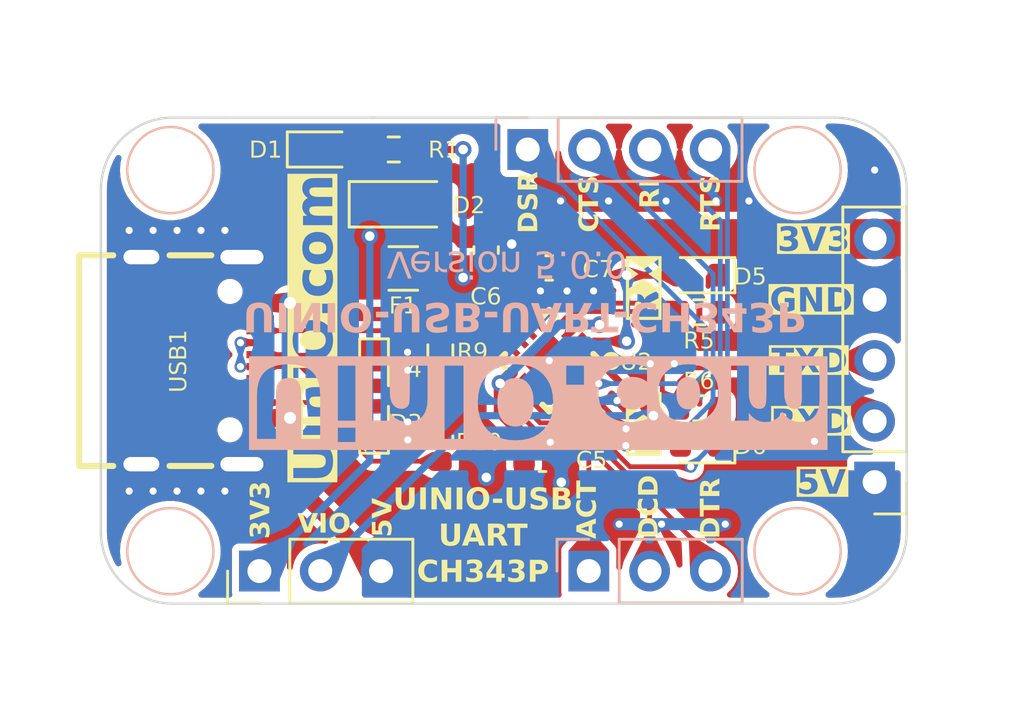
<source format=kicad_pcb>
(kicad_pcb (version 20240108) (generator "pcbnew") (generator_version "8.0")
  (title_block (title "UINIO-USB-UART-CH343") (date "2024-11-26") (rev "Version 5.0.0") (company "UinIO.com 电子技术实验室"))
  (layers (0 "F.Cu" signal) (31 "B.Cu" signal) (34 "B.Paste" user) (35 "F.Paste" user) (36 "B.SilkS" user "B.Silkscreen") (37 "F.SilkS" user "F.Silkscreen") (38 "B.Mask" user) (39 "F.Mask" user) (44 "Edge.Cuts" user))
  (net 0 "")
  (net 1 "GND")
  (net 2 "/CH343_VDD_5V")
  (net 3 "/CH343_V3")
  (net 4 "/CH343_VDD_3.3V")
  (net 5 "Net-(D1-A)")
  (net 6 "/CH343_VIO")
  (net 7 "Net-(D5-K)")
  (net 8 "/CH343_DSR")
  (net 9 "/CH343_DTR")
  (net 10 "/CH343_DCD")
  (net 11 "/CH343_ACT#")
  (net 12 "/CH343_TXD")
  (net 13 "/CH343_RXD")
  (net 14 "/CH343_RTS")
  (net 15 "/CH343_CTS")
  (net 16 "Net-(D6-K)")
  (net 17 "Net-(USB1-CC1)")
  (net 18 "Net-(USB1-CC2)")
  (net 19 "/CH343_USB_Data_P")
  (net 20 "/CH343_USB_Data_N")
  (net 21 "/CH343_RI")
  (footprint "Connector_PinHeader_2.54mm:PinHeader_1x03_P2.54mm_Vertical" (layer "F.Cu") (at 150.07132 102.96 90)
    (property "Reference" "J7" (hide yes))
    (property "Value" "Conn_01x03_Pin")
    (fp_line (start -1.33 -1.33) (end 0 -1.33) (stroke (width 0.12)) (layer "F.SilkS"))
    (fp_line (start -1.33 0) (end -1.33 -1.33) (stroke (width 0.12)) (layer "F.SilkS"))
    (fp_line (start 1.33 1.27) (end 1.33 6.41) (stroke (width 0.12)) (layer "F.SilkS"))
    (fp_line (start -1.33 1.27) (end 1.33 1.27) (stroke (width 0.12)) (layer "F.SilkS"))
    (fp_line (start -1.33 1.27) (end -1.33 6.41) (stroke (width 0.12)) (layer "F.SilkS"))
    (fp_line (start -1.33 6.41) (end 1.33 6.41) (stroke (width 0.12)) (layer "F.SilkS"))
    (pad "1" thru_hole rect (at 0 0 90) (size 1.7 1.7) (drill 1) (layers "*.Cu" "*.Mask") (net 4 "/CH343_VDD_3.3V"))
    (pad "2" thru_hole oval (at 0 2.54 90) (size 1.7 1.7) (drill 1) (layers "*.Cu" "*.Mask") (net 6 "/CH343_VIO"))
    (pad "3" thru_hole oval (at 0 5.08 90) (size 1.7 1.7) (drill 1) (layers "*.Cu" "*.Mask") (net 2 "/CH343_VDD_5V"))
  )
  (footprint "Uinio:Hole-2mm" (layer "F.Cu") (at 146.35 86.21)
    (property "Reference" "HOLE**" (hide yes))
    (property "Value" "Hole-2mm" (hide yes))
    (fp_circle (center 0 0) (end 1.8 0) (stroke (width 0.1)) (fill none) (layer "B.SilkS"))
    (fp_circle (center 0 0) (end 1.8 0) (stroke (width 0.1)) (fill none) (layer "F.SilkS"))
    (pad "" np_thru_hole circle (at 0 0) (size 2.2 2.2) (drill 2.2) (layers "F&B.Cu" "*.Mask"))
  )
  (footprint "Diode_SMD:D_SOD-523" (layer "F.Cu") (at 154.86 94.52 -90)
    (property "Reference" "D4" (at 0.04 -1.31 180) (layer "F.SilkS") (effects (font (size 0.7 0.7))))
    (property "Value" "LESD5D5.0CT1G")
    (fp_line (start 0.7 0.6) (end -1.26 0.6) (stroke (width 0.12)) (layer "F.SilkS"))
    (fp_line (start -1.26 -0.6) (end -1.26 0.6) (stroke (width 0.12)) (layer "F.SilkS"))
    (fp_line (start 0.7 -0.6) (end -1.26 -0.6) (stroke (width 0.12)) (layer "F.SilkS"))
    (pad "1" smd roundrect (at -0.7 0 90) (size 0.6 0.7) (layers "F.Cu" "F.Paste" "F.Mask") (net 1 "GND"))
    (pad "2" smd roundrect (at 0.7 0 90) (size 0.6 0.7) (layers "F.Cu" "F.Paste" "F.Mask") (net 19 "/CH343_USB_Data_P"))
  )
  (footprint "Diode_SMD:Nexperia_CFP3_SOD-123W" (layer "F.Cu") (at 156.08 87.64)
    (property "Reference" "D2" (at 2.73 0.08 0) (layer "F.SilkS") (effects (font (size 0.7 0.7))))
    (property "Value" "1N4007")
    (fp_line (start -2.26 -0.95) (end -2.26 0.95) (stroke (width 0.12)) (layer "F.SilkS"))
    (fp_line (start -2.26 -0.95) (end 1.4 -0.95) (stroke (width 0.12)) (layer "F.SilkS"))
    (fp_line (start -2.26 0.95) (end 1.4 0.95) (stroke (width 0.12)) (layer "F.SilkS"))
    (pad "1" smd rect (at -1.4 0) (size 1.2 1.2) (layers "F.Cu" "F.Paste" "F.Mask") (net 4 "/CH343_VDD_3.3V"))
    (pad "2" smd rect (at 1.4 0) (size 1.2 1.2) (layers "F.Cu" "F.Paste" "F.Mask") (net 1 "GND"))
  )
  (footprint "Uinio:Hole-2mm" (layer "F.Cu") (at 146.35 102.13)
    (property "Reference" "HOLE**" (hide yes))
    (property "Value" "Hole-2mm" (hide yes))
    (fp_circle (center 0 0) (end 1.8 0) (stroke (width 0.1)) (fill none) (layer "B.SilkS"))
    (fp_circle (center 0 0) (end 1.8 0) (stroke (width 0.1)) (fill none) (layer "F.SilkS"))
    (pad "" np_thru_hole circle (at 0 0) (size 2.2 2.2) (drill 2.2) (layers "F&B.Cu" "*.Mask"))
  )
  (footprint "Resistor_SMD:R_0603_1608Metric" (layer "F.Cu") (at 157.63 93.745 90)
    (property "Reference" "R9" (at -0.095 1.34 0) (layer "F.SilkS") (effects (font (size 0.7 0.7) (thickness 0.1))))
    (property "Value" "5.1K")
    (fp_line (start -0.237258 -0.5225) (end 0.237258 -0.5225) (stroke (width 0.12)) (layer "F.SilkS"))
    (fp_line (start -0.237258 0.5225) (end 0.237258 0.5225) (stroke (width 0.12)) (layer "F.SilkS"))
    (pad "1" smd roundrect (at -0.825 0 90) (size 0.8 0.95) (layers "F.Cu" "F.Paste" "F.Mask") (net 1 "GND"))
    (pad "2" smd roundrect (at 0.825 0 90) (size 0.8 0.95) (layers "F.Cu" "F.Paste" "F.Mask") (net 17 "Net-(USB1-CC1)"))
  )
  (footprint "Resistor_SMD:R_0603_1608Metric" (layer "F.Cu") (at 168.4475 96.16)
    (property "Reference" "R6" (at -0.0175 -1.1 0) (layer "F.SilkS") (effects (font (size 0.7 0.7) (thickness 0.1))))
    (property "Value" "2K")
    (fp_line (start -0.237258 -0.5225) (end 0.237258 -0.5225) (stroke (width 0.12)) (layer "F.SilkS"))
    (fp_line (start -0.237258 0.5225) (end 0.237258 0.5225) (stroke (width 0.12)) (layer "F.SilkS"))
    (pad "1" smd roundrect (at -0.825 0) (size 0.8 0.95) (layers "F.Cu" "F.Paste" "F.Mask") (net 12 "/CH343_TXD"))
    (pad "2" smd roundrect (at 0.825 0) (size 0.8 0.95) (layers "F.Cu" "F.Paste" "F.Mask") (net 16 "Net-(D6-K)"))
  )
  (footprint "Fuse:Fuse_1206_3216Metric" (layer "F.Cu") (at 156.08 90.32)
    (property "Reference" "F1" (at -0.005995 1.59 0) (layer "F.SilkS") (effects (font (size 0.7 0.7) (thickness 0.1))))
    (property "Value" "60V 1A")
    (fp_line (start -0.602064 -0.91) (end 0.602064 -0.91) (stroke (width 0.12)) (layer "F.SilkS"))
    (fp_line (start -0.602064 0.91) (end 0.602064 0.91) (stroke (width 0.12)) (layer "F.SilkS"))
    (pad "1" smd roundrect (at -1.4 0) (size 1.25 1.75) (layers "F.Cu" "F.Paste" "F.Mask") (roundrect_rratio 0.2) (net 4 "/CH343_VDD_3.3V"))
    (pad "2" smd roundrect (at 1.4 0) (size 1.25 1.75) (layers "F.Cu" "F.Paste" "F.Mask") (roundrect_rratio 0.2) (net 3 "/CH343_V3"))
  )
  (footprint "Resistor_SMD:R_0603_1608Metric" (layer "F.Cu") (at 168.4475 92.15)
    (property "Reference" "R5" (at -0.0175 1.22 0) (layer "F.SilkS") (effects (font (size 0.7 0.7) (thickness 0.1))))
    (property "Value" "2K")
    (fp_line (start -0.237258 -0.5225) (end 0.237258 -0.5225) (stroke (width 0.12)) (layer "F.SilkS"))
    (fp_line (start -0.237258 0.5225) (end 0.237258 0.5225) (stroke (width 0.12)) (layer "F.SilkS"))
    (pad "1" smd roundrect (at -0.825 0) (size 0.8 0.95) (layers "F.Cu" "F.Paste" "F.Mask") (net 13 "/CH343_RXD"))
    (pad "2" smd roundrect (at 0.825 0) (size 0.8 0.95) (layers "F.Cu" "F.Paste" "F.Mask") (net 7 "Net-(D5-K)"))
  )
  (footprint "Resistor_SMD:R_0603_1608Metric" (layer "F.Cu") (at 157.63 97.555 -90)
    (property "Reference" "R10" (at 0.06 -1.611842 0) (layer "F.SilkS") (effects (font (size 0.7 0.7) (thickness 0.1))))
    (property "Value" "5.1K")
    (fp_line (start -0.237258 0.5225) (end 0.237258 0.5225) (stroke (width 0.12)) (layer "F.SilkS"))
    (fp_line (start -0.237258 -0.5225) (end 0.237258 -0.5225) (stroke (width 0.12)) (layer "F.SilkS"))
    (pad "1" smd roundrect (at -0.825 0 270) (size 0.8 0.95) (layers "F.Cu" "F.Paste" "F.Mask") (net 1 "GND"))
    (pad "2" smd roundrect (at 0.825 0 270) (size 0.8 0.95) (layers "F.Cu" "F.Paste" "F.Mask") (net 18 "Net-(USB1-CC2)"))
  )
  (footprint "Diode_SMD:D_SOD-523" (layer "F.Cu") (at 154.86 96.78 90)
    (property "Reference" "D3" (at -0.04 1.33 180) (layer "F.SilkS") (effects (font (size 0.7 0.7))))
    (property "Value" "LESD5D5.0CT1G")
    (fp_line (start 0.7 -0.6) (end -1.26 -0.6) (stroke (width 0.12)) (layer "F.SilkS"))
    (fp_line (start -1.26 -0.6) (end -1.26 0.6) (stroke (width 0.12)) (layer "F.SilkS"))
    (fp_line (start 0.7 0.6) (end -1.26 0.6) (stroke (width 0.12)) (layer "F.SilkS"))
    (pad "1" smd roundrect (at -0.7 0 270) (size 0.6 0.7) (layers "F.Cu" "F.Paste" "F.Mask") (net 1 "GND"))
    (pad "2" smd roundrect (at 0.7 0 270) (size 0.6 0.7) (layers "F.Cu" "F.Paste" "F.Mask") (net 20 "/CH343_USB_Data_N"))
  )
  (footprint "Resistor_SMD:R_0603_1608Metric" (layer "F.Cu") (at 155.6825 85.35)
    (property "Reference" "R1" (at 2.0875 0.05 0) (layer "F.SilkS") (effects (font (size 0.7 0.7) (thickness 0.1))))
    (property "Value" "2K")
    (fp_line (start -0.237258 -0.5225) (end 0.237258 -0.5225) (stroke (width 0.12)) (layer "F.SilkS"))
    (fp_line (start -0.237258 0.5225) (end 0.237258 0.5225) (stroke (width 0.12)) (layer "F.SilkS"))
    (pad "1" smd roundrect (at -0.825 0) (size 0.8 0.95) (layers "F.Cu" "F.Paste" "F.Mask") (net 5 "Net-(D1-A)"))
    (pad "2" smd roundrect (at 0.825 0) (size 0.8 0.95) (layers "F.Cu" "F.Paste" "F.Mask") (net 3 "/CH343_V3"))
  )
  (footprint "LED_SMD:LED_0603_1608Metric" (layer "F.Cu") (at 168.4475 90.6 180)
    (property "Reference" "D5" (at -2.121991 -0.1 0) (layer "F.SilkS") (effects (font (size 0.7 0.7) (thickness 0.1))))
    (property "Value" "BLUE LED")
    (fp_line (start 0.8 -0.735) (end -1.485 -0.735) (stroke (width 0.12)) (layer "F.SilkS"))
    (fp_line (start -1.485 0.735) (end 0.8 0.735) (stroke (width 0.12)) (layer "F.SilkS"))
    (fp_line (start -1.485 -0.735) (end -1.485 0.735) (stroke (width 0.12)) (layer "F.SilkS"))
    (pad "1" smd roundrect (at -0.7875 0 180) (size 0.875 0.95) (layers "F.Cu" "F.Paste" "F.Mask") (net 7 "Net-(D5-K)"))
    (pad "2" smd roundrect (at 0.7875 0 180) (size 0.875 0.95) (layers "F.Cu" "F.Paste" "F.Mask") (net 6 "/CH343_VIO"))
  )
  (footprint "Capacitor_SMD:C_0603_1608Metric" (layer "F.Cu") (at 161.9 98.29 180)
    (property "Reference" "C5" (at -2.045 -0.07 0) (layer "F.SilkS") (effects (font (size 0.7 0.7) (thickness 0.1))))
    (property "Value" "0.1uF")
    (fp_line (start -0.14058 0.51) (end 0.14058 0.51) (stroke (width 0.12)) (layer "F.SilkS"))
    (fp_line (start -0.14058 -0.51) (end 0.14058 -0.51) (stroke (width 0.12)) (layer "F.SilkS"))
    (pad "1" smd roundrect (at -0.775 0 180) (size 0.9 0.95) (layers "F.Cu" "F.Paste" "F.Mask") (net 1 "GND"))
    (pad "2" smd roundrect (at 0.775 0 180) (size 0.9 0.95) (layers "F.Cu" "F.Paste" "F.Mask") (net 2 "/CH343_VDD_5V"))
  )
  (footprint "Capacitor_SMD:C_0603_1608Metric" (layer "F.Cu") (at 162.175 90.3 180)
    (property "Reference" "C7" (at -2.045967 -0.09 0) (layer "F.SilkS") (effects (font (size 0.7 0.7) (thickness 0.1))))
    (property "Value" "1uF")
    (fp_line (start -0.14058 0.51) (end 0.14058 0.51) (stroke (width 0.12)) (layer "F.SilkS"))
    (fp_line (start -0.14058 -0.51) (end 0.14058 -0.51) (stroke (width 0.12)) (layer "F.SilkS"))
    (pad "1" smd roundrect (at -0.775 0 180) (size 0.9 0.95) (layers "F.Cu" "F.Paste" "F.Mask") (net 6 "/CH343_VIO"))
    (pad "2" smd roundrect (at 0.775 0 180) (size 0.9 0.95) (layers "F.Cu" "F.Paste" "F.Mask") (net 1 "GND"))
  )
  (footprint "Uinio:USB-C-SMD_TYPEC-304J-BCP16" (layer "F.Cu") (at 147.62232 94.17 -90)
    (property "Reference" "USB1" (at -1.29 0.901 90) (layer "F.SilkS") (effects (font (size 0.7 0.7) (thickness 0.1)) (justify right)))
    (property "Value" "USB_Type_C_16Pin")
    (fp_line (start -4.4 5.081) (end 4.4 5.081) (stroke (width 0.254)) (layer "F.SilkS"))
    (fp_line (start -4.4 5.081) (end -4.4 3.659) (stroke (width 0.254)) (layer "F.SilkS"))
    (fp_line (start 4.4 5.081) (end 4.4 3.659) (stroke (width 0.254)) (layer "F.SilkS"))
    (fp_line (start -4.4 1.304) (end -4.4 -0.441) (stroke (width 0.254)) (layer "F.SilkS"))
    (fp_line (start 4.4 1.304) (end 4.4 -0.441) (stroke (width 0.254)) (layer "F.SilkS"))
    (pad "" np_thru_hole circle (at -2.89 -1.219 270) (size 0.65 0.65) (drill 0.65) (layers "*.Cu" "*.Mask"))
    (pad "" np_thru_hole circle (at 2.89 -1.219 270) (size 0.65 0.65) (drill 0.65) (layers "*.Cu" "*.Mask"))
    (pad "13" thru_hole oval (at -4.325 -1.719 270) (size 1 2.1) (drill oval 0.6 1.8) (layers "*.Cu" "*.Mask") (net 1 "GND"))
    (pad "14" thru_hole oval (at 4.325 -1.719 270) (size 1 2.1) (drill oval 0.6 1.8) (layers "*.Cu" "*.Mask") (net 1 "GND"))
    (pad "15" thru_hole oval (at -4.325 2.481 270) (size 1 1.9) (drill oval 0.6 1.5) (layers "*.Cu" "*.Mask") (net 1 "GND"))
    (pad "16" thru_hole oval (at 4.325 2.481 270) (size 1 1.9) (drill oval 0.6 1.5) (layers "*.Cu" "*.Mask") (net 1 "GND"))
    (pad "A1B12" smd rect (at -3.2 -2.481 270) (size 0.6 1.15) (layers "F.Cu" "F.Paste" "F.Mask") (net 1 "GND"))
    (pad "A4B9" smd rect (at -2.4 -2.481 270) (size 0.6 1.15) (layers "F.Cu" "F.Paste" "F.Mask") (net 2 "/CH343_VDD_5V"))
    (pad "A5" smd rect (at -1.25 -2.481 270) (size 0.3 1.15) (layers "F.Cu" "F.Paste" "F.Mask") (net 17 "Net-(USB1-CC1)"))
    (pad "A6" smd rect (at -0.25 -2.481 270) (size 0.3 1.15) (layers "F.Cu" "F.Paste" "F.Mask") (net 19 "/CH343_USB_Data_P"))
    (pad "A7" smd rect (at 0.25 -2.481 270) (size 0.3 1.15) (layers "F.Cu" "F.Paste" "F.Mask") (net 20 "/CH343_USB_Data_N"))
    (pad "A8" smd rect (at 1.25 -2.481 270) (size 0.3 1.15) (layers "F.Cu" "F.Paste" "F.Mask"))
    (pad "B1A12" smd rect (at 3.2 -2.481 270) (size 0.6 1.15) (layers "F.Cu" "F.Paste" "F.Mask") (net 1 "GND"))
    (pad "B4A9" smd rect (at 2.4 -2.481 270) (size 0.6 1.15) (layers "F.Cu" "F.Paste" "F.Mask") (net 2 "/CH343_VDD_5V"))
    (pad "B5" smd rect (at 1.75 -2.481 270) (size 0.3 1.15) (layers "F.Cu" "F.Paste" "F.Mask") (net 18 "Net-(USB1-CC2)"))
    (pad "B6" smd rect (at 0.75 -2.481 270) (size 0.3 1.15) (layers "F.Cu" "F.Paste" "F.Mask") (net 19 "/CH343_USB_Data_P"))
    (pad "B7" smd rect (at -0.75 -2.481 270) (size 0.3 1.15) (layers "F.Cu" "F.Paste" "F.Mask") (net 20 "/CH343_USB_Data_N"))
    (pad "B8" smd rect (at -1.75 -2.481 270) (size 0.3 1.15) (layers "F.Cu" "F.Paste" "F.Mask"))
  )
  (footprint "Connector_PinHeader_2.54mm:PinHeader_1x05_P2.54mm_Vertical" (layer "F.Cu") (at 175.77 99.245 180)
    (property "Reference" "J5" (hide yes))
    (property "Value" "Conn_01x05_Pin")
    (fp_line (start 1.33 1.27) (end 1.33 11.49) (stroke (width 0.12)) (layer "F.SilkS"))
    (fp_line (start -1.33 11.49) (end 1.33 11.49) (stroke (width 0.12)) (layer "F.SilkS"))
    (fp_line (start -1.33 1.27) (end 1.33 1.27) (stroke (width 0.12)) (layer "F.SilkS"))
    (fp_line (start -1.33 1.27) (end -1.33 11.49) (stroke (width 0.12)) (layer "F.SilkS"))
    (fp_line (start -1.33 0) (end -1.33 -1.33) (stroke (width 0.12)) (layer "F.SilkS"))
    (fp_line (start -1.33 -1.33) (end 0 -1.33) (stroke (width 0.12)) (layer "F.SilkS"))
    (pad "1" thru_hole rect (at 0 0 180) (size 1.7 1.7) (drill 1) (layers "*.Cu" "*.Mask") (net 2 "/CH343_VDD_5V"))
    (pad "2" thru_hole oval (at 0 2.54 180) (size 1.7 1.7) (drill 1) (layers "*.Cu" "*.Mask") (net 12 "/CH343_TXD"))
    (pad "3" thru_hole oval (at 0 5.08 180) (size 1.7 1.7) (drill 1) (layers "*.Cu" "*.Mask") (net 13 "/CH343_RXD"))
    (pad "4" thru_hole oval (at 0 7.62 180) (size 1.7 1.7) (drill 1) (layers "*.Cu" "*.Mask") (net 1 "GND"))
    (pad "5" thru_hole oval (at 0 10.16 180) (size 1.7 1.7) (drill 1) (layers "*.Cu" "*.Mask") (net 4 "/CH343_VDD_3.3V"))
  )
  (footprint "Uinio:Hole-2mm" (layer "F.Cu") (at 172.55 102.13)
    (property "Reference" "HOLE**" (hide yes))
    (property "Value" "Hole-2mm" (hide yes))
    (fp_circle (center 0 0) (end 1.8 0) (stroke (width 0.1)) (fill none) (layer "B.SilkS"))
    (fp_circle (center 0 0) (end 1.8 0) (stroke (width 0.1)) (fill none) (layer "F.SilkS"))
    (pad "" np_thru_hole circle (at 0 0) (size 2.2 2.2) (drill 2.2) (layers "F&B.Cu" "*.Mask"))
  )
  (footprint "LED_SMD:LED_0603_1608Metric" (layer "F.Cu") (at 152.72 85.35)
    (property "Reference" "D1" (at -2.39 0.05 0) (layer "F.SilkS") (effects (font (size 0.7 0.7) (thickness 0.1))))
    (property "Value" "LED Red")
    (fp_line (start -1.485 -0.735) (end -1.485 0.735) (stroke (width 0.12)) (layer "F.SilkS"))
    (fp_line (start -1.485 0.735) (end 0.8 0.735) (stroke (width 0.12)) (layer "F.SilkS"))
    (fp_line (start 0.8 -0.735) (end -1.485 -0.735) (stroke (width 0.12)) (layer "F.SilkS"))
    (pad "1" smd roundrect (at -0.7875 0) (size 0.875 0.95) (layers "F.Cu" "F.Paste" "F.Mask") (net 1 "GND"))
    (pad "2" smd roundrect (at 0.7875 0) (size 0.875 0.95) (layers "F.Cu" "F.Paste" "F.Mask") (net 5 "Net-(D1-A)"))
  )
  (footprint "LED_SMD:LED_0603_1608Metric" (layer "F.Cu") (at 168.4475 97.71 180)
    (property "Reference" "D6" (at -2.121991 -0.07 0) (layer "F.SilkS") (effects (font (size 0.7 0.7) (thickness 0.1))))
    (property "Value" "BLUE LED")
    (fp_line (start 0.8 -0.735) (end -1.485 -0.735) (stroke (width 0.12)) (layer "F.SilkS"))
    (fp_line (start -1.485 0.735) (end 0.8 0.735) (stroke (width 0.12)) (layer "F.SilkS"))
    (fp_line (start -1.485 -0.735) (end -1.485 0.735) (stroke (width 0.12)) (layer "F.SilkS"))
    (pad "1" smd roundrect (at -0.7875 0 180) (size 0.875 0.95) (layers "F.Cu" "F.Paste" "F.Mask") (net 16 "Net-(D6-K)"))
    (pad "2" smd roundrect (at 0.7875 0 180) (size 0.875 0.95) (layers "F.Cu" "F.Paste" "F.Mask") (net 6 "/CH343_VIO"))
  )
  (footprint "Capacitor_SMD:C_0603_1608Metric" (layer "F.Cu") (at 159.54 89.55 -90)
    (property "Reference" "C6" (at 1.98 0.01 0) (layer "F.SilkS") (effects (font (size 0.7 0.7) (thickness 0.1))))
    (property "Value" "0.1uF")
    (fp_line (start -0.14058 0.51) (end 0.14058 0.51) (stroke (width 0.12)) (layer "F.SilkS"))
    (fp_line (start -0.14058 -0.51) (end 0.14058 -0.51) (stroke (width 0.12)) (layer "F.SilkS"))
    (pad "1" smd roundrect (at -0.775 0 270) (size 0.9 0.95) (layers "F.Cu" "F.Paste" "F.Mask") (net 1 "GND"))
    (pad "2" smd roundrect (at 0.775 0 270) (size 0.9 0.95) (layers "F.Cu" "F.Paste" "F.Mask") (net 3 "/CH343_V3"))
  )
  (footprint "Uinio:Hole-2mm" (layer "F.Cu") (at 172.55 86.21)
    (property "Reference" "HOLE**" (hide yes))
    (property "Value" "Hole-2mm" (hide yes))
    (fp_circle (center 0 0) (end 1.8 0) (stroke (width 0.1)) (fill none) (layer "B.SilkS"))
    (fp_circle (center 0 0) (end 1.8 0) (stroke (width 0.1)) (fill none) (layer "F.SilkS"))
    (pad "" np_thru_hole circle (at 0 0) (size 2.2 2.2) (drill 2.2) (layers "F&B.Cu" "*.Mask"))
  )
  (footprint "Uinio:TQFN-16_L3.0-W3.0-P0.50-BL-EP1.7" (layer "F.Cu") (at 162.1785 94.17 135)
    (property "Reference" "U2" (at -2.157736 2.030457 0) (layer "F.SilkS") (effects (font (size 0.7 0.7) (thickness 0.1)) (justify left)))
    (property "Value" "CH343P")
    (fp_line (start 1.5 -1.108) (end 1.5 -1.5) (stroke (width 0.254)) (layer "F.SilkS"))
    (fp_line (start 1.106 -1.5) (end 1.5 -1.5) (stroke (width 0.254)) (layer "F.SilkS"))
    (fp_line (start 1.5 1.5) (end 1.5 1.104) (stroke (width 0.254)) (layer "F.SilkS"))
    (fp_line (start -1.5 -1.5) (end -1.105 -1.5) (stroke (width 0.254)) (layer "F.SilkS"))
    (fp_line (start -1.5 -1.5) (end -1.5 -1.108) (stroke (width 0.254)) (layer "F.SilkS"))
    (fp_line (start 1.108 1.5) (end 1.5 1.5) (stroke (width 0.254)) (layer "F.SilkS"))
    (fp_line (start -1.5 1.104) (end -1.5 1.5) (stroke (width 0.254)) (layer "F.SilkS"))
    (fp_line (start -1.5 1.5) (end -1.105 1.5) (stroke (width 0.254)) (layer "F.SilkS"))
    (fp_circle (center -1.84 1.82) (end -1.715 1.82) (stroke (width 0.254)) (fill none) (layer "F.SilkS"))
    (pad "1" smd rect (at -0.748 1.45 135) (size 0.25 0.75) (layers "F.Cu" "F.Paste" "F.Mask") (net 6 "/CH343_VIO"))
    (pad "2" smd rect (at -0.249 1.45 135) (size 0.25 0.75) (layers "F.Cu" "F.Paste" "F.Mask") (net 1 "GND"))
    (pad "3" smd rect (at 0.252 1.45 135) (size 0.25 0.75) (layers "F.Cu" "F.Paste" "F.Mask") (net 2 "/CH343_VDD_5V"))
    (pad "4" smd rect (at 0.751 1.45 135) (size 0.25 0.75) (layers "F.Cu" "F.Paste" "F.Mask") (net 12 "/CH343_TXD"))
    (pad "5" smd rect (at 1.45 0.75 135) (size 0.75 0.25) (layers "F.Cu" "F.Paste" "F.Mask") (net 13 "/CH343_RXD"))
    (pad "6" smd rect (at 1.45 0.25 135) (size 0.75 0.25) (layers "F.Cu" "F.Paste" "F.Mask") (net 3 "/CH343_V3"))
    (pad "7" smd rect (at 1.45 -0.25 135) (size 0.75 0.25) (layers "F.Cu" "F.Paste" "F.Mask") (net 19 "/CH343_USB_Data_P"))
    (pad "8" smd rect (at 1.45 -0.75 135) (size 0.75 0.25) (layers "F.Cu" "F.Paste" "F.Mask") (net 20 "/CH343_USB_Data_N"))
    (pad "9" smd rect (at 0.75 -1.45 135) (size 0.25 0.75) (layers "F.Cu" "F.Paste" "F.Mask") (net 2 "/CH343_VDD_5V"))
    (pad "10" smd rect (at 0.25 -1.45 135) (size 0.25 0.75) (layers "F.Cu" "F.Paste" "F.Mask") (net 11 "/CH343_ACT#"))
    (pad "11" smd rect (at -0.25 -1.45 135) (size 0.25 0.75) (layers "F.Cu" "F.Paste" "F.Mask") (net 10 "/CH343_DCD"))
    (pad "12" smd rect (at -0.749 -1.45 135) (size 0.25 0.75) (layers "F.Cu" "F.Paste" "F.Mask") (net 9 "/CH343_DTR"))
    (pad "13" smd rect (at -1.45 -0.75 135) (size 0.75 0.25) (layers "F.Cu" "F.Paste" "F.Mask") (net 14 "/CH343_RTS"))
    (pad "14" smd rect (at -1.45 -0.25 135) (size 0.75 0.25) (layers "F.Cu" "F.Paste" "F.Mask") (net 8 "/CH343_DSR"))
    (pad "15" smd rect (at -1.45 0.25 135) (size 0.75 0.25) (layers "F.Cu" "F.Paste" "F.Mask") (net 15 "/CH343_CTS"))
    (pad "16" smd rect (at -1.45 0.75 135) (size 0.75 0.25) (layers "F.Cu" "F.Paste" "F.Mask") (net 21 "/CH343_RI"))
    (pad "17" smd rect (at 0 0 135) (size 1.7 1.7) (layers "F.Cu" "F.Paste" "F.Mask") (net 1 "GND"))
  )
  (footprint "Connector_PinHeader_2.54mm:PinHeader_1x03_P2.54mm_Vertical" (layer "B.Cu") (at 163.83 102.96 -90)
    (property "Reference" "J4" (hide yes))
    (property "Value" "Conn_01x03_Pin")
    (fp_line (start -1.33 1.33) (end 0 1.33) (stroke (width 0.12)) (layer "B.SilkS"))
    (fp_line (start -1.33 0) (end -1.33 1.33) (stroke (width 0.12)) (layer "B.SilkS"))
    (fp_line (start -1.33 -1.27) (end 1.33 -1.27) (stroke (width 0.12)) (layer "B.SilkS"))
    (fp_line (start -1.33 -1.27) (end -1.33 -6.41) (stroke (width 0.12)) (layer "B.SilkS"))
    (fp_line (start 1.33 -1.27) (end 1.33 -6.41) (stroke (width 0.12)) (layer "B.SilkS"))
    (fp_line (start -1.33 -6.41) (end 1.33 -6.41) (stroke (width 0.12)) (layer "B.SilkS"))
    (pad "1" thru_hole rect (at 0 0 270) (size 1.7 1.7) (drill 1) (layers "*.Cu" "*.Mask") (net 11 "/CH343_ACT#"))
    (pad "2" thru_hole oval (at 0 -2.54 270) (size 1.7 1.7) (drill 1) (layers "*.Cu" "*.Mask") (net 10 "/CH343_DCD"))
    (pad "3" thru_hole oval (at 0 -5.08 270) (size 1.7 1.7) (drill 1) (layers "*.Cu" "*.Mask") (net 9 "/CH343_DTR"))
  )
  (footprint "Connector_PinHeader_2.54mm:PinHeader_1x04_P2.54mm_Vertical" (layer "B.Cu") (at 161.28 85.35 -90)
    (property "Reference" "J6" (hide yes))
    (property "Value" "Conn_01x04_Pin")
    (fp_line (start -1.33 1.33) (end 0 1.33) (stroke (width 0.12)) (layer "B.SilkS"))
    (fp_line (start -1.33 0) (end -1.33 1.33) (stroke (width 0.12)) (layer "B.SilkS"))
    (fp_line (start -1.33 -1.27) (end 1.33 -1.27) (stroke (width 0.12)) (layer "B.SilkS"))
    (fp_line (start -1.33 -1.27) (end -1.33 -8.95) (stroke (width 0.12)) (layer "B.SilkS"))
    (fp_line (start 1.33 -1.27) (end 1.33 -8.95) (stroke (width 0.12)) (layer "B.SilkS"))
    (fp_line (start -1.33 -8.95) (end 1.33 -8.95) (stroke (width 0.12)) (layer "B.SilkS"))
    (pad "1" thru_hole rect (at 0 0 270) (size 1.7 1.7) (drill 1) (layers "*.Cu" "*.Mask") (net 21 "/CH343_RI"))
    (pad "2" thru_hole oval (at 0 -2.54 270) (size 1.7 1.7) (drill 1) (layers "*.Cu" "*.Mask") (net 15 "/CH343_CTS"))
    (pad "3" thru_hole oval (at 0 -5.08 270) (size 1.7 1.7) (drill 1) (layers "*.Cu" "*.Mask") (net 8 "/CH343_DSR"))
    (pad "4" thru_hole oval (at 0 -7.62 270) (size 1.7 1.7) (drill 1) (layers "*.Cu" "*.Mask") (net 14 "/CH343_RTS"))
  )
  (gr_arc (start 174.11 84.02) (mid 176.23132 84.89868) (end 177.11 87.02) (stroke (width 0.1)) (layer "Edge.Cuts"))
  (gr_line (start 174.11 104.32) (end 146.45 104.32) (stroke (width 0.1)) (layer "Edge.Cuts"))
  (gr_line (start 148.655 84.02) (end 154.905 84.02) (stroke (width 0.1)) (layer "Edge.Cuts"))
  (gr_arc (start 177.11 101.32) (mid 176.23132 103.44132) (end 174.11 104.32) (stroke (width 0.1)) (layer "Edge.Cuts"))
  (gr_line (start 177.11 87.02) (end 177.11 101.32) (stroke (width 0.1)) (layer "Edge.Cuts"))
  (gr_arc (start 146.45 104.32) (mid 144.32868 103.44132) (end 143.45 101.32) (stroke (width 0.1)) (layer "Edge.Cuts"))
  (gr_arc (start 143.45 87.02) (mid 144.32868 84.89868) (end 146.45 84.02) (stroke (width 0.1)) (layer "Edge.Cuts"))
  (gr_line (start 146.45 84.02) (end 148.655 84.02) (stroke (width 0.1)) (layer "Edge.Cuts"))
  (gr_line (start 143.45 101.32) (end 143.45 87.02) (stroke (width 0.1)) (layer "Edge.Cuts"))
  (gr_line (start 154.755 84.02) (end 174.11 84.02) (stroke (width 0.1)) (layer "Edge.Cuts"))
  (gr_line (start 154.905 84.02) (end 154.755 84.02) (stroke (width 0.1)) (layer "Edge.Cuts"))
  (gr_text "UinIO.com" (at 149.58448 93.87 180) (layer "B.SilkS" knockout) (effects (font (size 3 3) (thickness 0.16) (bold yes)) (justify left bottom mirror)))
  (gr_text "UINIO-USB-UART-CH343P" (at 149.371109 91.56 180) (layer "B.SilkS") (effects (font (size 1.2 1.2) (thickness 0.16) (bold yes)) (justify left bottom mirror)))
  (gr_text "Version 5.0.0" (at 155.39 89.43 180) (layer "B.SilkS") (effects (font (size 1.1 1.1) (thickness 0.125)) (justify left bottom mirror)))
  (gr_text "3V3" (at 150.62 101.62 90) (layer "F.SilkS") (effects (font (size 0.8 0.8) (thickness 0.16) (bold yes) (italic yes)) (justify left bottom)))
  (gr_text "DCD" (at 166.84 101.62 90) (layer "F.SilkS") (effects (font (size 0.8 0.8) (thickness 0.16) (bold yes)) (justify left bottom)))
  (gr_text "TXD" (at 171.455491 94.82625 0) (layer "F.SilkS" knockout) (effects (font (size 1 1) (thickness 0.16) (bold yes)) (justify left bottom)))
  (gr_text "UINIO-USB\nUART\nCH343P" (at 159.41 103.56 0) (layer "F.SilkS") (effects (font (size 0.9 0.9) (thickness 0.2) (bold yes)) (justify bottom)))
  (gr_text "5V" (at 155.72 101.55 90) (layer "F.SilkS") (effects (font (size 0.8 0.8) (thickness 0.16) (bold yes) (italic yes)) (justify left bottom)))
  (gr_text "RI" (at 166.89132 87.82 90) (layer "F.SilkS") (effects (font (size 0.8 0.8) (thickness 0.16) (bold yes)) (justify left bottom)))
  (gr_text "RX" (at 166.94 92.49 90) (layer "F.SilkS" knockout) (effects (font (size 1.2 1.2) (thickness 0.16) (bold yes)) (justify left bottom)))
  (gr_text "TX" (at 166.94 98.02 90) (layer "F.SilkS" knockout) (effects (font (size 1.2 1.2) (thickness 0.16) (bold yes)) (justify left bottom)))
  (gr_text "GND" (at 171.38 92.29 0) (layer "F.SilkS" knockout) (effects (font (size 1 1) (thickness 0.16) (bold yes)) (justify left bottom)))
  (gr_text "3V3" (at 171.709239 89.75375 0) (layer "F.SilkS" knockout) (effects (font (size 1 1) (thickness 0.16) (bold yes)) (justify left bottom)))
  (gr_text "ACT" (at 164.26 101.62 90) (layer "F.SilkS") (effects (font (size 0.8 0.8) (thickness 0.16) (bold yes)) (justify left bottom)))
  (gr_text "RTS" (at 169.43132 88.789176 90) (layer "F.SilkS") (effects (font (size 0.8 0.8) (thickness 0.16) (bold yes)) (justify left bottom)))
  (gr_text "RXD" (at 171.428135 97.3625 0) (layer "F.SilkS" knockout) (effects (font (size 1 1) (thickness 0.16) (bold yes)) (justify left bottom)))
  (gr_text "DTR" (at 169.42 101.62 90) (layer "F.SilkS") (effects (font (size 0.8 0.8) (thickness 0.16) (bold yes)) (justify left bottom)))
  (gr_text "VIO" (at 151.655 101.49 0) (layer "F.SilkS") (effects (font (size 0.8 0.8) (thickness 0.16) (bold yes) (italic yes)) (justify left bottom)))
  (gr_text "CTS" (at 164.35132 88.818876 90) (layer "F.SilkS") (effects (font (size 0.8 0.8) (thickness 0.16) (bold yes)) (justify left bottom)))
  (gr_text "DSR" (at 161.81132 88.8603 90) (layer "F.SilkS") (effects (font (size 0.8 0.8) (thickness 0.16) (bold yes)) (justify left bottom)))
  (gr_text "5V" (at 172.51231 99.89875 0) (layer "F.SilkS" knockout) (effects (font (size 1 1) (thickness 0.16) (bold yes)) (justify left bottom)))
  (gr_text "UinIO.com" (at 153.39 99.28 90) (layer "F.SilkS" knockout) (effects (font (size 1.6 1.6) (thickness 0.3) (bold yes)) (justify left bottom)))
  (segment (start 169.143199 87.496801) (end 169.146398 87.5) (width 0.2) (layer "F.Cu") (net 1))
  (segment (start 145.14132 89.845) (end 149.34132 89.845) (width 0.4) (layer "F.Cu") (net 1))
  (segment (start 164.654653 87.5) (end 167.057986 87.5) (width 0.2) (layer "F.Cu") (net 1))
  (segment (start 169.14 87.5) (end 167.057986 87.5) (width 0.2) (layer "F.Cu") (net 1))
  (segment (start 164.654653 87.5) (end 162.65 87.5) (width 0.2) (layer "F.Cu") (net 1))
  (segment (start 149.42 89.845) (end 150.10332 90.52832) (width 0.4) (layer "F.Cu") (net 1))
  (segment (start 149.42 98.495) (end 150.10332 97.81168) (width 0.4) (layer "F.Cu") (net 1))
  (segment (start 150.10332 90.52832) (end 150.10332 90.97) (width 0.4) (layer "F.Cu") (net 1))
  (segment (start 163.379874 93.320765) (end 162.530639 94.17) (width 0.3) (layer "F.Cu") (net 1))
  (segment (start 169.143199 87.496801) (end 169.14 87.5) (width 0.2) (layer "F.Cu") (net 1))
  (segment (start 150.10332 97.81168) (end 150.10332 97.37) (width 0.4) (layer "F.Cu") (net 1))
  (segment (start 145.14132 98.495) (end 145.14132 89.845) (width 0.4) (layer "F.Cu") (net 1))
  (segment (start 149.34132 98.495) (end 145.14132 98.495) (width 0.4) (layer "F.Cu") (net 1))
  (segment (start 169.146398 87.5) (end 170.518337 87.5) (width 0.2) (layer "F.Cu") (net 1))
  (via (at 165.01 95.84) (size 0.5) (drill 0.3) (layers "F.Cu" "B.Cu") (net 1))
  (via (at 145.63 88.73) (size 0.5) (drill 0.3) (layers "F.Cu" "B.Cu") (net 1))
  (via (at 170.518337 87.5) (size 0.5) (drill 0.3) (layers "F.Cu" "B.Cu") (net 1))
  (via (at 146.63 99.62) (size 0.5) (drill 0.3) (layers "F.Cu" "B.Cu") (net 1))
  (via (at 160.61 89.3) (size 0.7) (drill 0.4) (layers "F.Cu" "B.Cu") (net 1))
  (via (at 147.63 88.73) (size 0.5) (drill 0.3) (layers "F.Cu" "B.Cu") (net 1))
  (via (at 148.63 88.73) (size 0.5) (drill 0.3) (layers "F.Cu" "B.Cu") (net 1))
  (via (at 169.53 101) (size 0.5) (drill 0.3) (layers "F.Cu" "B.Cu") (net 1))
  (via (at 145.63 99.62) (size 0.5) (drill 0.3) (layers "F.Cu" "B.Cu") (net 1))
  (via (at 164.03 91.26) (size 0.5) (drill 0.3) (layers "F.Cu" "B.Cu") (net 1))
  (via (at 156.27 97.48) (size 0.5) (drill 0.3) (layers "F.Cu" "B.Cu") (net 1))
  (via (at 156.26 93.82) (size 0.5) (drill 0.3) (layers "F.Cu" "B.Cu") (net 1))
  (via (at 175.77 86.21) (size 0.5) (drill 0.3) (layers "F.Cu" "B.Cu") (net 1))
  (via (at 159.55 99.05) (size 0.7) (drill 0.4) (layers "F.Cu" "B.Cu") (net 1))
  (via (at 146.63 88.73) (size 0.5) (drill 0.3) (layers "F.Cu" "B.Cu") (net 1))
  (via (at 173.255 97.54) (size 0.5) (drill 0.3) (layers "F.Cu" "B.Cu") (net 1))
  (via (at 166.87 101) (size 0.5) (drill 0.3) (layers "F.Cu" "B.Cu") (net 1))
  (via (at 167.057986 87.5) (size 0.5) (drill 0.3) (layers "F.Cu" "B.Cu") (net 1))
  (via (at 162.1785 94.17) (size 0.5) (drill 0.3) (layers "F.Cu" "B.Cu") (net 1))
  (via (at 165.1 101) (size 0.5) (drill 0.3) (layers "F.Cu" "B.Cu") (net 1))
  (via (at 167.4 94.3) (size 0.5) (drill 0.3) (layers "F.Cu" "B.Cu") (net 1))
  (via (at 162.65 87.5) (size 0.5) (drill 0.3) (layers "F.Cu" "B.Cu") (net 1))
  (via (at 162.92 91.26) (size 0.5) (drill 0.3) (layers "F.Cu" "B.Cu") (net 1))
  (via (at 161.81 91.26) (size 0.5) (drill 0.3) (layers "F.Cu" "B.Cu") (net 1))
  (via (at 156.27 94.57) (size 0.5) (drill 0.3) (layers "F.Cu" "B.Cu") (net 1))
  (via (at 162.22 97.58) (size 0.5) (drill 0.3) (layers "F.Cu" "B.Cu") (net 1))
  (via (at 144.63 99.62) (size 0.5) (drill 0.3) (layers "F.Cu" "B.Cu") (net 1))
  (via (at 144.63 88.73) (size 0.5) (drill 0.3) (layers "F.Cu" "B.Cu") (net 1))
  (via (at 156.27 96.73) (size 0.5) (drill 0.3) (layers "F.Cu" "B.Cu") (net 1))
  (via (at 147.63 99.62) (size 0.5) (drill 0.3) (layers "F.Cu" "B.Cu") (net 1))
  (via (at 164.654653 87.5) (size 0.5) (drill 0.3) (layers "F.Cu" "B.Cu") (net 1))
  (via (at 148.63 99.62) (size 0.5) (drill 0.3) (layers "F.Cu" "B.Cu") (net 1))
  (via (at 169.143199 87.496801) (size 0.5) (drill 0.3) (layers "F.Cu" "B.Cu") (net 1))
  (via (at 166.4 94.3) (size 0.5) (drill 0.3) (layers "F.Cu" "B.Cu") (net 1))
  (via (at 162.68 99.25) (size 0.7) (drill 0.4) (layers "F.Cu" "B.Cu") (net 1))
  (segment (start 169.53 101) (end 165.1 101) (width 0.5) (layer "B.Cu") (net 1))
  (segment (start 160.11 96.3) (end 161.125 97.315) (width 0.5) (layer "F.Cu") (net 2))
  (segment (start 151.34 96.57) (end 151.35 96.56) (width 0.7) (layer "F.Cu") (net 2))
  (segment (start 150.10332 96.57) (end 151.34 96.57) (width 0.7) (layer "F.Cu") (net 2))
  (segment (start 164.28 92.67) (end 164.28 92.71) (width 0.4) (layer "F.Cu") (net 2))
  (segment (start 150.10332 91.77) (end 151.34 91.77) (width 0.7) (layer "F.Cu") (net 2))
  (segment (start 160.622865 94.664975) (end 160.11 95.17784) (width 0.5) (layer "F.Cu") (net 2))
  (segment (start 164.24 92.67) (end 164.28 92.67) (width 0.4) (layer "F.Cu") (net 2))
  (segment (start 151.35 99.14) (end 155.15132 102.94132) (width 0.7) (layer "F.Cu") (net 2))
  (segment (start 160.11 95.17784) (end 160.11 96.3) (width 0.5) (layer "F.Cu") (net 2))
  (segment (start 163.324906 92.667212) (end 163.025614 92.966504) (width 0.4) (layer "F.Cu") (net 2))
  (segment (start 159.21 102.96) (end 155.15132 102.96) (width 0.7) (layer "F.Cu") (net 2))
  (segment (start 161.125 97.315) (end 161.125 98.29) (width 0.5) (layer "F.Cu") (net 2))
  (segment (start 151.35 96.56) (end 151.35 99.14) (width 0.7) (layer "F.Cu") (net 2))
  (segment (start 151.34 91.77) (end 151.35 91.76) (width 0.7) (layer "F.Cu") (net 2))
  (segment (start 164.237212 92.667212) (end 163.324906 92.667212) (width 0.4) (layer "F.Cu") (net 2))
  (segment (start 161.13 101.04) (end 159.21 102.96) (width 0.7) (layer "F.Cu") (net 2))
  (segment (start 164.28 92.71) (end 164.237212 92.667212) (width 0.4) (layer "F.Cu") (net 2))
  (segment (start 161.13 98.295) (end 161.13 101.04) (width 0.7) (layer "F.Cu") (net 2))
  (via (at 164.28 92.67) (size 0.7) (drill 0.4) (layers "F.Cu" "B.Cu") (net 2))
  (via (at 151.35 91.76) (size 0.9) (drill 0.5) (layers "F.Cu" "B.Cu") (net 2))
  (via (at 160.123769 95.120779) (size 0.7) (drill 0.4) (layers "F.Cu" "B.Cu") (net 2))
  (via (at 151.35 96.56) (size 0.9) (drill 0.5) (layers "F.Cu" "B.Cu") (net 2))
  (segment (start 162.58 92.66) (end 164.27 92.66) (width 0.4) (layer "B.Cu") (net 2))
  (segment (start 160.123769 95.120779) (end 160.123769 95.116231) (width 0.4) (layer "B.Cu") (net 2))
  (segment (start 164.27 92.66) (end 164.28 92.67) (width 0.4) (layer "B.Cu") (net 2))
  (segment (start 160.123769 95.116231) (end 162.58 92.66) (width 0.4) (layer "B.Cu") (net 2))
  (segment (start 151.35 91.76) (end 151.35 96.56) (width 0.7) (layer "B.Cu") (net 2))
  (segment (start 158.58 85.35) (end 156.5075 85.35) (width 0.3) (layer "F.Cu") (net 3))
  (segment (start 161.329972 92.967918) (end 159.54 91.177946) (width 0.4) (layer "F.Cu") (net 3))
  (segment (start 159.54 91.177946) (end 159.54 90.325) (width 0.4) (layer "F.Cu") (net 3))
  (via (at 158.58 90.7) (size 0.7) (drill 0.4) (layers "F.Cu" "B.Cu") (net 3))
  (via (at 158.58 85.35) (size 0.7) (drill 0.4) (layers "F.Cu" "B.Cu") (net 3))
  (segment (start 158.58 90.7) (end 158.58 85.35) (width 0.3) (layer "B.Cu") (net 3))
  (via (at 154.68 88.97) (size 0.7) (drill 0.4) (layers "F.Cu" "B.Cu") (net 4))
  (segment (start 154.68 98.35132) (end 150.07132 102.96) (width 0.3) (layer "B.Cu") (net 4))
  (segment (start 154.68 88.97) (end 154.68 98.35132) (width 0.3) (layer "B.Cu") (net 4))
  (segment (start 165.41 90.6) (end 163.25 90.6) (width 0.3) (layer "F.Cu") (net 6))
  (segment (start 165.41 93.36) (end 164.046332 93.36) (width 0.3) (layer "F.Cu") (net 6))
  (segment (start 166.53 96.468999) (end 166.53 96.47089) (width 0.3) (layer "F.Cu") (net 6))
  (segment (start 164.046332 93.36) (end 163.732721 93.673611) (width 0.3) (layer "F.Cu") (net 6))
  (segment (start 165.41 90.6) (end 167.69 90.6) (width 0.3) (layer "F.Cu") (net 6))
  (segment (start 163.25 90.6) (end 162.95 90.3) (width 0.3) (layer "F.Cu") (net 6))
  (segment (start 166.53 96.468999) (end 166.528109 96.468999) (width 0.3) (layer "F.Cu") (net 6))
  (segment (start 166.53 96.47089) (end 167.66 97.60089) (width 0.3) (layer "F.Cu") (net 6))
  (segment (start 166.528109 96.468999) (end 163.732721 93.673611) (width 0.3) (layer "F.Cu") (net 6))
  (via (at 166.53 96.468999) (size 0.7) (drill 0.4) (layers "F.Cu" "B.Cu") (net 6))
  (via (at 165.41 93.36) (size 0.7) (drill 0.4) (layers "F.Cu" "B.Cu") (net 6))
  (via (at 165.41 90.6) (size 0.7) (drill 0.4) (layers "F.Cu" "B.Cu") (net 6))
  (segment (start 165.41 90.6) (end 165.41 93.36) (width 0.3) (layer "B.Cu") (net 6))
  (segment (start 166.53 96.468999) (end 166.528999 96.47) (width 0.3) (layer "B.Cu") (net 6))
  (segment (start 159.10132 96.47) (end 152.61132 102.96) (width 0.3) (layer "B.Cu") (net 6))
  (segment (start 166.528999 96.47) (end 159.10132 96.47) (width 0.3) (layer "B.Cu") (net 6))
  (segment (start 168.81382 91.06882) (end 168.81382 90.6775) (width 0.2) (layer "F.Cu") (net 7))
  (segment (start 165.374946 97.72) (end 163.027028 95.372082) (width 0.2) (layer "F.Cu") (net 8))
  (via (at 165.374946 97.72) (size 0.5) (drill 0.3) (layers "F.Cu" "B.Cu") (net 8))
  (segment (start 165.374946 97.72) (end 168.13132 97.72) (width 0.2) (layer "B.Cu") (net 8))
  (segment (start 169.32132 88.31132) (end 166.36 85.35) (width 0.2) (layer "B.Cu") (net 8))
  (segment (start 169.32132 96.53) (end 169.32132 88.31132) (width 0.2) (layer "B.Cu") (net 8))
  (segment (start 168.13132 97.72) (end 169.32132 96.53) (width 0.2) (layer "B.Cu") (net 8))
  (segment (start 162.04 96.47) (end 162.993576 96.47) (width 0.2) (layer "F.Cu") (net 9))
  (segment (start 161.488873 95.918873) (end 162.04 96.47) (width 0.2) (layer "F.Cu") (net 9))
  (segment (start 162.993576 96.47) (end 168.91 102.386424) (width 0.2) (layer "F.Cu") (net 9))
  (segment (start 161.03 95.672054) (end 161.03 96) (width 0.2) (layer "F.Cu") (net 10))
  (segment (start 166.37 100.34) (end 166.37 102.96) (width 0.2) (layer "F.Cu") (net 10))
  (segment (start 161.329972 95.372082) (end 161.03 95.672054) (width 0.2) (layer "F.Cu") (net 10))
  (segment (start 162.8 96.77) (end 166.37 100.34) (width 0.2) (layer "F.Cu") (net 10))
  (segment (start 161.03 96) (end 161.8 96.77) (width 0.2) (layer "F.Cu") (net 10))
  (segment (start 161.8 96.77) (end 162.8 96.77) (width 0.2) (layer "F.Cu") (net 10))
  (segment (start 162.607276 97.07) (end 163.83 98.292724) (width 0.2) (layer "F.Cu") (net 11))
  (segment (start 160.60132 96.07132) (end 161.6 97.07) (width 0.2) (layer "F.Cu") (net 11))
  (segment (start 160.60132 95.393626) (end 160.60132 96.07132) (width 0.2) (layer "F.Cu") (net 11))
  (segment (start 163.83 98.292724) (end 163.83 102.96) (width 0.2) (layer "F.Cu") (net 11))
  (segment (start 160.976418 95.018528) (end 160.60132 95.393626) (width 0.2) (layer "F.Cu") (net 11))
  (segment (start 161.6 97.07) (end 162.607276 97.07) (width 0.2) (layer "F.Cu") (net 11))
  (segment (start 162.672768 92.613658) (end 163.166426 92.12) (width 0.2) (layer "F.Cu") (net 12))
  (segment (start 166.9 92.9) (end 166.9 95.4375) (width 0.2) (layer "F.Cu") (net 12))
  (segment (start 163.166426 92.12) (end 166.12 92.12) (width 0.2) (layer "F.Cu") (net 12))
  (segment (start 166.9 95.4375) (end 167.6225 96.16) (width 0.2) (layer "F.Cu") (net 12))
  (segment (start 166.12 92.12) (end 166.9 92.9) (width 0.2) (layer "F.Cu") (net 12))
  (segment (start 167.6225 96.16) (end 167.6225 95.0375) (width 0.2) (layer "F.Cu") (net 12))
  (segment (start 173.53 94.47) (end 175.765 96.705) (width 0.2) (layer "F.Cu") (net 12))
  (segment (start 167.6225 95.0375) (end 168.19 94.47) (width 0.2) (layer "F.Cu") (net 12))
  (segment (start 168.19 94.47) (end 173.53 94.47) (width 0.2) (layer "F.Cu") (net 12))
  (segment (start 167.655 92.08) (end 167.655 93.615) (width 0.2) (layer "F.Cu") (net 13))
  (segment (start 162.52789 91.77) (end 167.345 91.77) (width 0.2) (layer "F.Cu") (net 13))
  (segment (start 167.345 91.77) (end 167.655 92.08) (width 0.2) (layer "F.Cu") (net 13))
  (segment (start 161.683525 92.614365) (end 162.52789 91.77) (width 0.2) (layer "F.Cu") (net 13))
  (segment (start 168.205 94.165) (end 175.77 94.165) (width 0.2) (layer "F.Cu") (net 13))
  (segment (start 167.655 93.615) (end 168.205 94.165) (width 0.2) (layer "F.Cu") (net 13))
  (segment (start 165.551 98.60316) (end 162.673475 95.725635) (width 0.2) (layer "F.Cu") (net 14))
  (segment (start 168.08816 98.60316) (end 165.551 98.60316) (width 0.2) (layer "F.Cu") (net 14))
  (via (at 168.08816 98.60316) (size 0.5) (drill 0.3) (layers "F.Cu" "B.Cu") (net 14))
  (segment (start 169.62132 86.07132) (end 168.9 85.35) (width 0.2) (layer "B.Cu") (net 14))
  (segment (start 169.62132 97.07) (end 169.62132 86.07132) (width 0.2) (layer "B.Cu") (net 14))
  (segment (start 168.08816 98.60316) (end 169.62132 97.07) (width 0.2) (layer "B.Cu") (net 14))
  (segment (start 165.381053 97.018999) (end 163.380582 95.018528) (width 0.2) (layer "F.Cu") (net 15))
  (via (at 165.381053 97.018999) (size 0.5) (drill 0.3) (layers "F.Cu" "B.Cu") (net 15))
  (segment (start 169.02132 95.87) (end 169.02132 90.55132) (width 0.2) (layer "B.Cu") (net 15))
  (segment (start 165.381053 97.018999) (end 167.872321 97.018999) (width 0.2) (layer "B.Cu") (net 15))
  (segment (start 169.02132 90.55132) (end 163.82 85.35) (width 0.2) (layer "B.Cu") (net 15))
  (segment (start 167.872321 97.018999) (end 169.02132 95.87) (width 0.2) (layer "B.Cu") (net 15))
  (segment (start 168.78132 96.65118) (end 168.78132 97.6725) (width 0.2) (layer "F.Cu") (net 16))
  (segment (start 169.2725 96.16) (end 168.78132 96.65118) (width 0.2) (layer "F.Cu") (net 16))
  (segment (start 150.10332 92.92) (end 157.63 92.92) (width 0.2) (layer "F.Cu") (net 17))
  (segment (start 150.10332 95.92) (end 152.31 95.92) (width 0.2) (layer "F.Cu") (net 18))
  (segment (start 154.76 98.37) (end 157.625 98.37) (width 0.2) (layer "F.Cu") (net 18))
  (segment (start 152.31 95.92) (end 154.76 98.37) (width 0.2) (layer "F.Cu") (net 18))
  (segment (start 153.4482 95.42) (end 154.66 95.42) (width 0.2) (layer "F.Cu") (net 19))
  (segment (start 151.9732 93.945) (end 153.4482 95.42) (width 0.2) (layer "F.Cu") (net 19))
  (segment (start 150.990821 93.945) (end 151.9732 93.945) (width 0.2) (layer "F.Cu") (net 19))
  (segment (start 158.23 95.42) (end 158.41 95.24) (width 0.2) (layer "F.Cu") (net 19))
  (segment (start 154.66 95.42) (end 154.86 95.22) (width 0.2) (layer "F.Cu") (net 19))
  (segment (start 150.965821 93.92) (end 150.990821 93.945) (width 0.2) (layer "F.Cu") (net 19))
  (segment (start 160.601418 92.946472) (end 160.976418 93.321472) (width 0.2) (layer "F.Cu") (net 19))
  (segment (start 154.86 95.22) (end 155.06 95.42) (width 0.2) (layer "F.Cu") (net 19))
  (segment (start 158.41 95.24) (end 158.41 93.707153) (width 0.2) (layer "F.Cu") (net 19))
  (segment (start 160.566062 92.946472) (end 160.601418 92.946472) (width 0.2) (layer "F.Cu") (net 19))
  (segment (start 150.10332 93.92) (end 150.965821 93.92) (width 0.2) (layer "F.Cu") (net 19))
  (segment (start 158.41 93.707153) (end 159.354366 92.762787) (width 0.2) (layer "F.Cu") (net 19))
  (segment (start 155.06 95.42) (end 158.23 95.42) (width 0.2) (layer "F.Cu") (net 19))
  (segment (start 160.382377 92.762787) (end 160.566062 92.946472) (width 0.2) (layer "F.Cu") (net 19))
  (segment (start 159.354366 92.762787) (end 160.382377 92.762787) (width 0.2) (layer "F.Cu") (net 19))
  (segment (start 150.10332 93.42) (end 149.22132 93.42) (width 0.2) (layer "F.Cu") (net 20))
  (segment (start 160.247865 93.264669) (end 160.247865 93.300025) (width 0.2) (layer "F.Cu") (net 20))
  (segment (start 153.2718 95.88) (end 154.66 95.88) (width 0.2) (layer "F.Cu") (net 20))
  (segment (start 150.10332 94.42) (end 150.965821 94.42) (width 0.2) (layer "F.Cu") (net 20))
  (segment (start 158.82 95.48) (end 158.82 93.933553) (width 0.2) (layer "F.Cu") (net 20))
  (segment (start 155.06 95.88) (end 158.42 95.88) (width 0.2) (layer "F.Cu") (net 20))
  (segment (start 159.540766 93.212787) (end 160.195983 93.212787) (width 0.2) (layer "F.Cu") (net 20))
  (segment (start 150.965821 94.42) (end 150.990821 94.395) (width 0.2) (layer "F.Cu") (net 20))
  (segment (start 151.7868 94.395) (end 153.2718 95.88) (width 0.2) (layer "F.Cu") (net 20))
  (segment (start 154.66 95.88) (end 154.86 96.08) (width 0.2) (layer "F.Cu") (net 20))
  (segment (start 158.82 93.933553) (end 159.540766 93.212787) (width 0.2) (layer "F.Cu") (net 20))
  (segment (start 160.195983 93.212787) (end 160.247865 93.264669) (width 0.2) (layer "F.Cu") (net 20))
  (segment (start 150.990821 94.395) (end 151.7868 94.395) (width 0.2) (layer "F.Cu") (net 20))
  (segment (start 158.42 95.88) (end 158.82 95.48) (width 0.2) (layer "F.Cu") (net 20))
  (segment (start 154.86 96.08) (end 155.06 95.88) (width 0.2) (layer "F.Cu") (net 20))
  (segment (start 160.247865 93.300025) (end 160.622865 93.675025) (width 0.2) (layer "F.Cu") (net 20))
  (via (at 149.28 93.42) (size 0.5) (drill 0.3) (layers "F.Cu" "B.Cu") (net 20))
  (via (at 149.28 94.42) (size 0.5) (drill 0.3) (layers "F.Cu" "B.Cu") (net 20))
  (segment (start 149.28 94.42) (end 149.28 93.42) (width 0.2) (layer "B.Cu") (net 20))
  (segment (start 164.20132 95.13) (end 163.736295 94.664975) (width 0.2) (layer "F.Cu") (net 21))
  (segment (start 164.25 95.13) (end 164.20132 95.13) (width 0.2) (layer "F.Cu") (net 21))
  (via (at 164.25 95.13) (size 0.5) (drill 0.3) (layers "F.Cu" "B.Cu") (net 21))
  (segment (start 164.25 95.13) (end 168.26132 95.13) (width 0.2) (layer "B.Cu") (net 21))
  (segment (start 168.72132 92.79132) (end 161.28 85.35) (width 0.2) (layer "B.Cu") (net 21))
  (segment (start 168.26132 95.13) (end 168.72132 94.67) (width 0.2) (layer "B.Cu") (net 21))
  (segment (start 168.72132 94.67) (end 168.72132 92.79132) (width 0.2) (layer "B.Cu") (net 21))
  (zone (net 4) (net_name "/CH343_VDD_3.3V") (layer "F.Cu") (name "3.3V") (priority 1) (connect_pads yes (clearance 0.3)) (min_thickness 0.25) (fill yes (thermal_gap 0.5) (thermal_bridge_width 0.5))
    (polygon (pts (xy 155.42 88.25) (xy 160.18 88.25) (xy 161.85 89.92) (xy 177.25 89.92) (xy 177.25 88.26) (xy 162.69 88.26) (xy 160.35 85.92) (xy 153.94 85.92) (xy 153.94 91.62) (xy 155.42 91.62)))
  )
  (zone (net 3) (net_name "/CH343_V3") (layer "F.Cu") (name "5V") (priority 1) (connect_pads yes (clearance 0.3)) (min_thickness 0.25) (fill yes (thermal_gap 0.5) (thermal_bridge_width 0.5))
    (polygon (pts (xy 157.35 89.77) (xy 161.25 89.77) (xy 161.25 93.02) (xy 157.35 93.02) (xy 157.35 93.22)))
  )
  (zone (net 1) (net_name "GND") (layers "F&B.Cu") (name "GND") (connect_pads yes (clearance 0.3)) (min_thickness 0.25) (fill yes (thermal_gap 0.5) (thermal_bridge_width 0.5))
    (polygon (pts (xy 139.235 107.56) (xy 139.235 80.91) (xy 181.145 80.91) (xy 181.145 107.56)))
  )
  (zone (net 2) (net_name "/CH343_VDD_5V") (layer "B.Cu") (name "5V") (priority 1) (connect_pads yes (clearance 0.4)) (min_thickness 0.25) (fill yes (thermal_gap 0.5) (thermal_bridge_width 0.5))
    (polygon (pts (xy 154.35 101.44) (xy 157.04 98.75) (xy 177.23 98.75) (xy 177.23 104.08) (xy 154.35 104.08)))
  )
)
</source>
